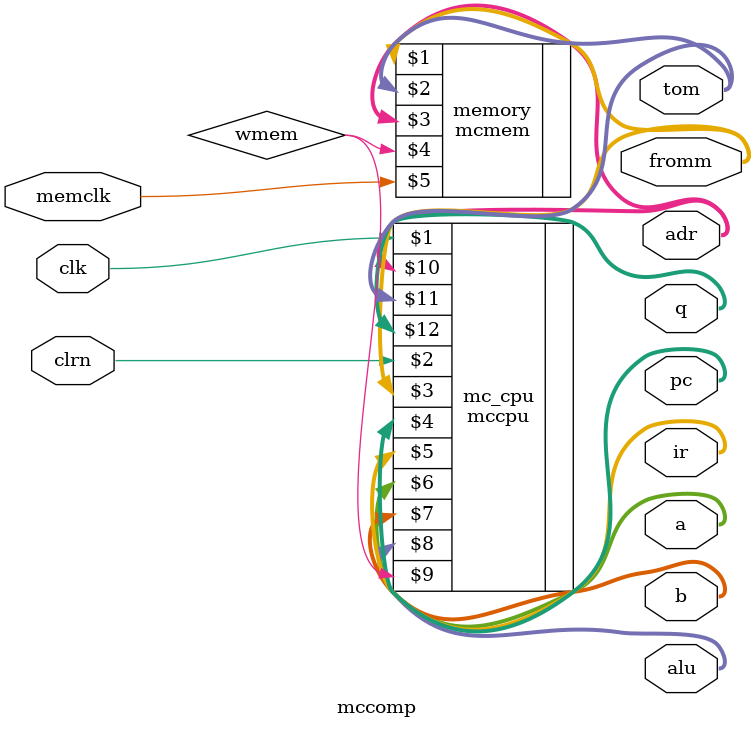
<source format=v>
/************************************************
  The Verilog HDL code example is from the book
  Computer Principles and Design in Verilog HDL
  by Yamin Li, published by A JOHN WILEY & SONS
************************************************/
module mccomp (clk,clrn,q,a,b,alu,adr,tom,fromm,pc,ir,memclk);
    input         clk, clrn;                      // clock and reset
    input         memclk;                         // memory clk for sync ram
    output [31:0] a;                              // alu input a
    output [31:0] b;                              // alu input b
    output [31:0] alu;                            // alu result
    output [31:0] adr;                            // memory address
    output [31:0] tom;                            // data to memory
    output [31:0] fromm;                          // data from memory
    output [31:0] pc;                             // program counter
    output [31:0] ir;                             // instruction register
    output  [2:0] q;                              // state
    wire          wmem;                           // memory write enable
    mccpu mc_cpu (clk,clrn,fromm,pc,ir,a,b,alu,wmem,adr,tom,q);    // cpu
    mcmem memory (fromm,tom,adr,wmem,memclk);                      // memory
endmodule

</source>
